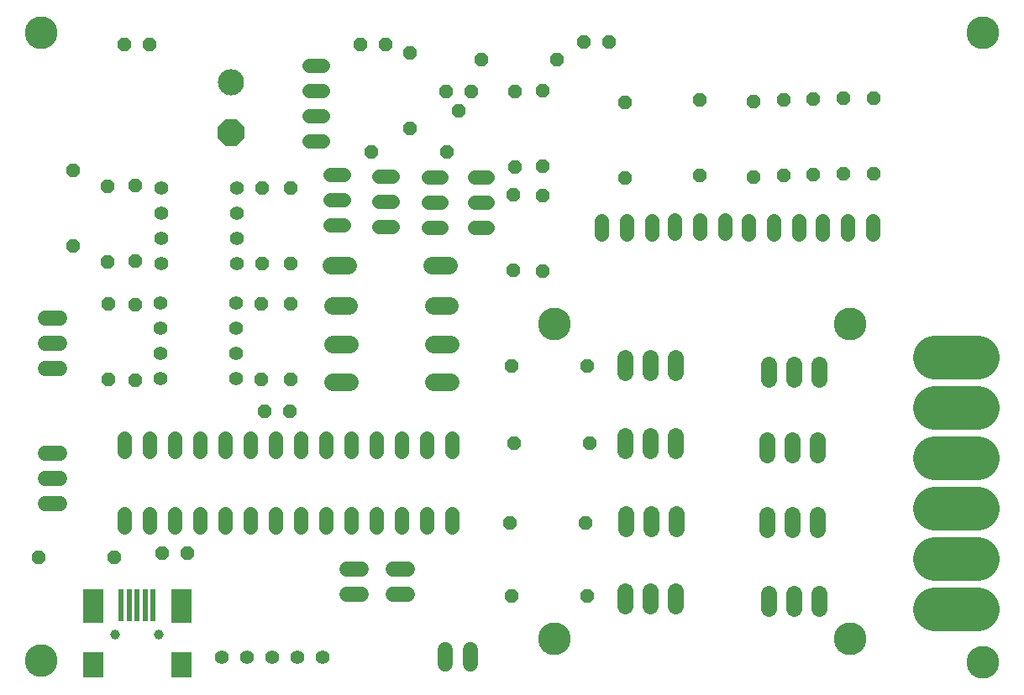
<source format=gts>
G75*
G70*
%OFA0B0*%
%FSLAX24Y24*%
%IPPOS*%
%LPD*%
%AMOC8*
5,1,8,0,0,1.08239X$1,22.5*
%
%ADD10C,0.1300*%
%ADD11OC8,0.0560*%
%ADD12C,0.0555*%
%ADD13R,0.0827X0.1024*%
%ADD14R,0.0827X0.1339*%
%ADD15R,0.0237X0.1260*%
%ADD16C,0.0394*%
%ADD17C,0.0640*%
%ADD18C,0.0560*%
%ADD19C,0.0560*%
%ADD20C,0.0555*%
%ADD21C,0.1040*%
%ADD22OC8,0.1040*%
%ADD23C,0.0600*%
%ADD24C,0.0700*%
%ADD25C,0.0594*%
%ADD26C,0.1740*%
D10*
X001071Y001454D03*
X021451Y002294D03*
X033201Y002294D03*
X038451Y001384D03*
X033201Y014794D03*
X021451Y014794D03*
X038451Y026374D03*
X001071Y026374D03*
D11*
X004371Y025894D03*
X005371Y025894D03*
X002351Y020894D03*
X003734Y020273D03*
X004824Y020323D03*
X002351Y017894D03*
X003734Y017273D03*
X004824Y017323D03*
X004821Y015584D03*
X003761Y015624D03*
X003761Y012624D03*
X004821Y012584D03*
X009821Y012624D03*
X010998Y012624D03*
X010961Y011334D03*
X009961Y011334D03*
X009821Y015624D03*
X010998Y015624D03*
X010984Y017223D03*
X009844Y017223D03*
X009844Y020223D03*
X010984Y020223D03*
X014191Y021654D03*
X015711Y022574D03*
X017191Y021654D03*
X017661Y023284D03*
X018161Y024034D03*
X017161Y024034D03*
X018541Y025314D03*
X019871Y024044D03*
X020971Y024074D03*
X021541Y025314D03*
X022621Y025994D03*
X023621Y025994D03*
X024251Y023624D03*
X027221Y023694D03*
X029361Y023654D03*
X030561Y023704D03*
X031729Y023748D03*
X032921Y023774D03*
X034111Y023764D03*
X034111Y020764D03*
X032921Y020774D03*
X031729Y020748D03*
X030561Y020704D03*
X029361Y020654D03*
X027221Y020694D03*
X024251Y020624D03*
X020971Y021074D03*
X019871Y021044D03*
X019831Y019944D03*
X020971Y019914D03*
X020971Y016914D03*
X019831Y016944D03*
X019761Y013150D03*
X022761Y013150D03*
X022841Y010074D03*
X019841Y010074D03*
X019671Y006914D03*
X022671Y006914D03*
X022741Y004004D03*
X019741Y004004D03*
X006871Y005704D03*
X005871Y005704D03*
X003978Y005536D03*
X000978Y005536D03*
X015711Y025574D03*
X014751Y025914D03*
X013751Y025914D03*
D12*
X012251Y001584D03*
X011251Y001584D03*
X010251Y001584D03*
X009251Y001584D03*
X008251Y001584D03*
D13*
X006643Y001283D03*
X003139Y001283D03*
D14*
X003139Y003605D03*
X006643Y003605D03*
D15*
X005521Y003645D03*
X005206Y003645D03*
X004891Y003645D03*
X004576Y003645D03*
X004261Y003645D03*
D16*
X004025Y002464D03*
X005757Y002464D03*
D17*
X024261Y003604D02*
X024261Y004204D01*
X025261Y004204D02*
X025261Y003604D01*
X026261Y003604D02*
X026261Y004204D01*
X026271Y006664D02*
X026271Y007264D01*
X025271Y007264D02*
X025271Y006664D01*
X024271Y006664D02*
X024271Y007264D01*
X024261Y009774D02*
X024261Y010374D01*
X025261Y010374D02*
X025261Y009774D01*
X026261Y009774D02*
X026261Y010374D01*
X026261Y012864D02*
X026261Y013464D01*
X025261Y013464D02*
X025261Y012864D01*
X024261Y012864D02*
X024261Y013464D01*
X029951Y013204D02*
X029951Y012604D01*
X030951Y012604D02*
X030951Y013204D01*
X031951Y013204D02*
X031951Y012604D01*
X031891Y010204D02*
X031891Y009604D01*
X030891Y009604D02*
X030891Y010204D01*
X029891Y010204D02*
X029891Y009604D01*
X029899Y007247D02*
X029899Y006647D01*
X030899Y006647D02*
X030899Y007247D01*
X031899Y007247D02*
X031899Y006647D01*
X031951Y004114D02*
X031951Y003514D01*
X030951Y003514D02*
X030951Y004114D01*
X029951Y004114D02*
X029951Y003514D01*
D18*
X017381Y006754D02*
X017381Y007274D01*
X016381Y007274D02*
X016381Y006754D01*
X015381Y006754D02*
X015381Y007274D01*
X014381Y007274D02*
X014381Y006754D01*
X013381Y006754D02*
X013381Y007274D01*
X012381Y007274D02*
X012381Y006754D01*
X011381Y006754D02*
X011381Y007274D01*
X010381Y007274D02*
X010381Y006754D01*
X009381Y006754D02*
X009381Y007274D01*
X008381Y007274D02*
X008381Y006754D01*
X007381Y006754D02*
X007381Y007274D01*
X006381Y007274D02*
X006381Y006754D01*
X005381Y006754D02*
X005381Y007274D01*
X004381Y007274D02*
X004381Y006754D01*
X004381Y009754D02*
X004381Y010274D01*
X005381Y010274D02*
X005381Y009754D01*
X006381Y009754D02*
X006381Y010274D01*
X007381Y010274D02*
X007381Y009754D01*
X008381Y009754D02*
X008381Y010274D01*
X009381Y010274D02*
X009381Y009754D01*
X010381Y009754D02*
X010381Y010274D01*
X011381Y010274D02*
X011381Y009754D01*
X012381Y009754D02*
X012381Y010274D01*
X013381Y010274D02*
X013381Y009754D01*
X014381Y009754D02*
X014381Y010274D01*
X015381Y010274D02*
X015381Y009754D01*
X016381Y009754D02*
X016381Y010274D01*
X017381Y010274D02*
X017381Y009754D01*
X023311Y018384D02*
X023311Y018904D01*
X024311Y018904D02*
X024311Y018384D01*
X025311Y018384D02*
X025311Y018904D01*
X026231Y018934D02*
X026231Y018414D01*
X027231Y018414D02*
X027231Y018934D01*
X028231Y018934D02*
X028231Y018414D01*
X029161Y018384D02*
X029161Y018904D01*
X030161Y018904D02*
X030161Y018384D01*
X031161Y018384D02*
X031161Y018904D01*
X032101Y018894D02*
X032101Y018374D01*
X033101Y018374D02*
X033101Y018894D01*
X034101Y018894D02*
X034101Y018374D01*
X018796Y018647D02*
X018276Y018647D01*
X018276Y019647D02*
X018796Y019647D01*
X018796Y020647D02*
X018276Y020647D01*
X016961Y020644D02*
X016441Y020644D01*
X016441Y019644D02*
X016961Y019644D01*
X016961Y018644D02*
X016441Y018644D01*
X015021Y018674D02*
X014501Y018674D01*
X013071Y018734D02*
X012551Y018734D01*
X012551Y019734D02*
X013071Y019734D01*
X014501Y019674D02*
X015021Y019674D01*
X015021Y020674D02*
X014501Y020674D01*
X013071Y020734D02*
X012551Y020734D01*
D19*
X008854Y020213D03*
X008854Y019213D03*
X008854Y018213D03*
X008854Y017213D03*
X008814Y015659D03*
X008814Y014659D03*
X008814Y013659D03*
X008814Y012659D03*
X005814Y012659D03*
X005814Y013659D03*
X005814Y014659D03*
X005814Y015659D03*
X005854Y017213D03*
X005854Y018213D03*
X005854Y019213D03*
X005854Y020213D03*
D20*
X011733Y022064D02*
X012248Y022064D01*
X012248Y023064D02*
X011733Y023064D01*
X011733Y024064D02*
X012248Y024064D01*
X012248Y025064D02*
X011733Y025064D01*
D21*
X008621Y024394D03*
D22*
X008621Y022394D03*
D23*
X013221Y005084D02*
X013781Y005084D01*
X013781Y004084D02*
X013221Y004084D01*
X015061Y004064D02*
X015621Y004064D01*
X015621Y005064D02*
X015061Y005064D01*
X017131Y001874D02*
X017131Y001314D01*
X018131Y001314D02*
X018131Y001874D01*
D24*
X017311Y012494D02*
X016651Y012494D01*
X016651Y013994D02*
X017311Y013994D01*
X017301Y015554D02*
X016641Y015554D01*
X016581Y017134D02*
X017241Y017134D01*
X013241Y017134D02*
X012581Y017134D01*
X012641Y015554D02*
X013301Y015554D01*
X013311Y013994D02*
X012651Y013994D01*
X012651Y012494D02*
X013311Y012494D01*
D25*
X001818Y013054D02*
X001264Y013054D01*
X001264Y014054D02*
X001818Y014054D01*
X001818Y015054D02*
X001264Y015054D01*
X001254Y009674D02*
X001808Y009674D01*
X001808Y008674D02*
X001254Y008674D01*
X001254Y007674D02*
X001808Y007674D01*
D26*
X036551Y007464D02*
X038251Y007464D01*
X038251Y009464D02*
X036551Y009464D01*
X036551Y011464D02*
X038251Y011464D01*
X038251Y013464D02*
X036551Y013464D01*
X036551Y005464D02*
X038251Y005464D01*
X038251Y003464D02*
X036551Y003464D01*
M02*

</source>
